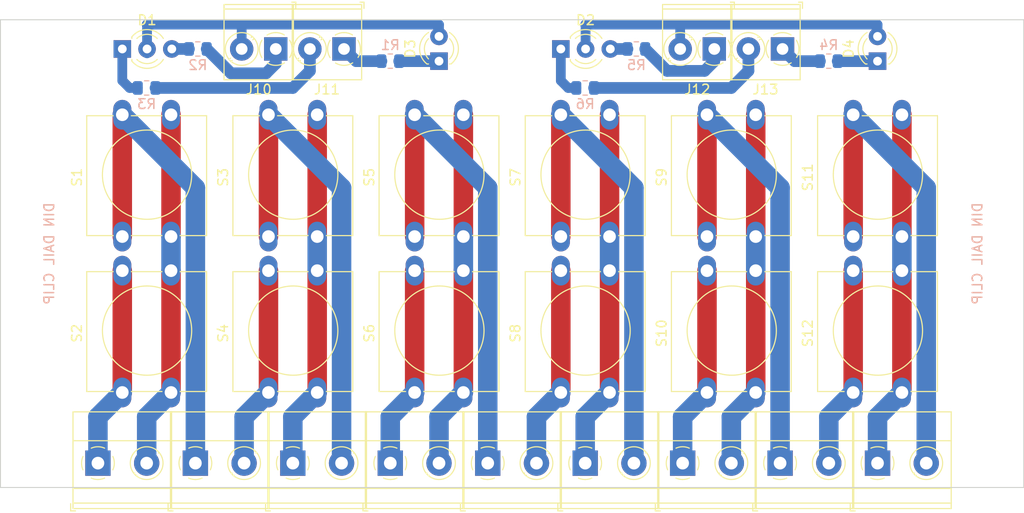
<source format=kicad_pcb>
(kicad_pcb (version 20221018) (generator pcbnew)
  (layers (0 "F.Cu" signal) (31 "B.Cu" signal) (34 "B.Paste" user) (35 "F.Paste" user) (36 "B.SilkS" user "B.Silkscreen") (37 "F.SilkS" user "F.Silkscreen") (38 "B.Mask" user) (39 "F.Mask" user) (44 "Edge.Cuts" user))
  (net 0 "")
  (net 1 "/COM_A")
  (net 2 "/COM_B")
  (net 3 "/COM_C")
  (net 4 "/COM_D")
  (net 5 "/COM_E")
  (net 6 "/COM_F")
  (net 7 "/S2")
  (net 8 "/S1")
  (net 9 "/S3")
  (net 10 "/S4")
  (net 11 "/S5")
  (net 12 "/S6")
  (net 13 "/S7")
  (net 14 "/S8")
  (net 15 "/S9")
  (net 16 "/S10")
  (net 17 "/S11")
  (net 18 "/S12")
  (net 19 "Net-(D1-Pad2)")
  (net 20 "Net-(J12-Pad2)")
  (net 21 "Net-(J10-Pad1)")
  (net 22 "Net-(J12-Pad1)")
  (net 23 "Net-(J11-Pad2)")
  (net 24 "Net-(J13-Pad2)")
  (net 25 "Net-(J11-Pad1)")
  (net 26 "Net-(J13-Pad1)")
  (net 27 "Net-(D3-Pad1)")
  (net 28 "Net-(D1-Pad1)")
  (net 29 "Net-(D1-Pad3)")
  (net 30 "Net-(D2-Pad1)")
  (net 31 "Net-(D2-Pad3)")
  (net 32 "Net-(D4-Pad1)")
  (footprint "TerminalBlock_Phoenix:TerminalBlock_Phoenix_PT-1,5-2-3.5-H_1x02_P3.50mm_Horizontal" (layer "F.Cu") (at 127.75 79 180)
    (fp_text reference "J13" (at 1.75 -4.16) (layer "F.SilkS"))
    (fp_text value "Screw_Terminal_01x02" hide)
    (pad "1" thru_hole rect (at 0 0 180) (size 2.4 2.4) (drill 1.2) (layers "*.Cu" "*.Mask") (net 26 "Net-(J13-Pad1)"))
    (pad "2" thru_hole circle (at 3.5 0 180) (size 2.4 2.4) (drill 1.2) (layers "*.Cu" "*.Mask") (net 24 "Net-(J13-Pad2)"))
  )
  (footprint "TerminalBlock_Phoenix:TerminalBlock_Phoenix_MKDS-1,5-2_1x02_P5.00mm_Horizontal" (layer "F.Cu") (at 97.5 121.5)
    (fp_text reference "J5" hide)
    (fp_text value "Screw_Terminal_01x02" hide)
    (pad "1" thru_hole rect (at 0 0) (size 2.6 2.6) (drill 1.3) (layers "*.Cu" "*.Mask") (net 11 "/S5"))
    (pad "2" thru_hole circle (at 5 0) (size 2.6 2.6) (drill 1.3) (layers "*.Cu" "*.Mask") (net 14 "/S8"))
  )
  (footprint "Button_Switch_THT:SW_PUSH-12mm" (layer "F.Cu") (at 135 114.25 90)
    (fp_text reference "S12" (at 6.08 -4.66 90) (layer "F.SilkS"))
    (fp_text value "MOMENTARY-SWITCH-SPST-PTH-12MM" hide)
    (pad "1" thru_hole oval (at 0 0 90) (size 3.048 1.85) (drill 1.3) (layers "*.Cu" "*.Mask") (net 18 "/S12"))
    (pad "1" thru_hole oval (at 12.5 0 90) (size 3.048 1.85) (drill 1.3) (layers "*.Cu" "*.Mask") (net 18 "/S12"))
    (pad "2" thru_hole oval (at 0 5 90) (size 3.048 1.85) (drill 1.3) (layers "*.Cu" "*.Mask") (net 6 "/COM_F"))
    (pad "2" thru_hole oval (at 12.5 5 90) (size 3.048 1.85) (drill 1.3) (layers "*.Cu" "*.Mask") (net 6 "/COM_F"))
  )
  (footprint "TerminalBlock_Phoenix:TerminalBlock_Phoenix_MKDS-1,5-2_1x02_P5.00mm_Horizontal" (layer "F.Cu") (at 67.5 121.5)
    (fp_text reference "J2" hide)
    (fp_text value "Screw_Terminal_01x02" hide)
    (pad "1" thru_hole rect (at 0 0) (size 2.6 2.6) (drill 1.3) (layers "*.Cu" "*.Mask") (net 8 "/S1"))
    (pad "2" thru_hole circle (at 5 0) (size 2.6 2.6) (drill 1.3) (layers "*.Cu" "*.Mask") (net 10 "/S4"))
  )
  (footprint "MountingHole:MountingHole_3.2mm_M3" (layer "F.Cu") (at 52.5 87.5)
    (fp_text reference "H1" hide)
    (fp_text value "MountingHole" hide)
    (pad "" np_thru_hole circle (at 0 0) (size 3.2 3.2) (drill 3.2) (layers "*.Cu" "*.Mask"))
  )
  (footprint "Button_Switch_THT:SW_PUSH-12mm" (layer "F.Cu") (at 90 98.25 90)
    (fp_text reference "S5" (at 6.08 -4.66 90) (layer "F.SilkS"))
    (fp_text value "MOMENTARY-SWITCH-SPST-PTH-12MM" hide)
    (pad "1" thru_hole oval (at 0 0 90) (size 3.048 1.85) (drill 1.3) (layers "*.Cu" "*.Mask") (net 11 "/S5"))
    (pad "1" thru_hole oval (at 12.5 0 90) (size 3.048 1.85) (drill 1.3) (layers "*.Cu" "*.Mask") (net 11 "/S5"))
    (pad "2" thru_hole oval (at 0 5 90) (size 3.048 1.85) (drill 1.3) (layers "*.Cu" "*.Mask") (net 3 "/COM_C"))
    (pad "2" thru_hole oval (at 12.5 5 90) (size 3.048 1.85) (drill 1.3) (layers "*.Cu" "*.Mask") (net 3 "/COM_C"))
  )
  (footprint "TerminalBlock_Phoenix:TerminalBlock_Phoenix_MKDS-1,5-2_1x02_P5.00mm_Horizontal" (layer "F.Cu") (at 127.5 121.5)
    (fp_text reference "J8" hide)
    (fp_text value "Screw_Terminal_01x02" hide)
    (pad "1" thru_hole rect (at 0 0) (size 2.6 2.6) (drill 1.3) (layers "*.Cu" "*.Mask") (net 15 "/S9"))
    (pad "2" thru_hole circle (at 5 0) (size 2.6 2.6) (drill 1.3) (layers "*.Cu" "*.Mask") (net 18 "/S12"))
  )
  (footprint "LED_THT:LED_D3.0mm-3" (layer "F.Cu") (at 105 79)
    (fp_text reference "D2" (at 2.54 -2.96) (layer "F.SilkS"))
    (fp_text value "LED_Dual_KAK")
    (pad "1" thru_hole rect (at 0 0) (size 1.8 1.8) (drill 0.9) (layers "*.Cu" "*.Mask") (net 30 "Net-(D2-Pad1)"))
    (pad "2" thru_hole circle (at 2.54 0) (size 1.8 1.8) (drill 0.9) (layers "*.Cu" "*.Mask") (net 20 "Net-(J12-Pad2)"))
    (pad "3" thru_hole circle (at 5.08 0) (size 1.8 1.8) (drill 0.9) (layers "*.Cu" "*.Mask") (net 31 "Net-(D2-Pad3)"))
  )
  (footprint "Button_Switch_THT:SW_PUSH-12mm" (layer "F.Cu") (at 60 98.25 90)
    (fp_text reference "S1" (at 6.08 -4.66 90) (layer "F.SilkS"))
    (fp_text value "MOMENTARY-SWITCH-SPST-PTH-12MM" hide)
    (pad "1" thru_hole oval (at 0 0 90) (size 3.048 1.85) (drill 1.3) (layers "*.Cu" "*.Mask") (net 8 "/S1"))
    (pad "1" thru_hole oval (at 12.5 0 90) (size 3.048 1.85) (drill 1.3) (layers "*.Cu" "*.Mask") (net 8 "/S1"))
    (pad "2" thru_hole oval (at 0 5 90) (size 3.048 1.85) (drill 1.3) (layers "*.Cu" "*.Mask") (net 1 "/COM_A"))
    (pad "2" thru_hole oval (at 12.5 5 90) (size 3.048 1.85) (drill 1.3) (layers "*.Cu" "*.Mask") (net 1 "/COM_A"))
  )
  (footprint "TerminalBlock_Phoenix:TerminalBlock_Phoenix_MKDS-1,5-2_1x02_P5.00mm_Horizontal" (layer "F.Cu") (at 117.5 121.5)
    (fp_text reference "J7" hide)
    (fp_text value "Screw_Terminal_01x02" hide)
    (pad "1" thru_hole rect (at 0 0) (size 2.6 2.6) (drill 1.3) (layers "*.Cu" "*.Mask") (net 16 "/S10"))
    (pad "2" thru_hole circle (at 5 0) (size 2.6 2.6) (drill 1.3) (layers "*.Cu" "*.Mask") (net 5 "/COM_E"))
  )
  (footprint "LED_THT:LED_D3.0mm" (layer "F.Cu") (at 137.5 80.25 90)
    (fp_text reference "D4" (at 1.27 -2.96 90) (layer "F.SilkS"))
    (fp_text value "LED")
    (pad "1" thru_hole rect (at 0 0 90) (size 1.8 1.8) (drill 0.9) (layers "*.Cu" "*.Mask") (net 32 "Net-(D4-Pad1)"))
    (pad "2" thru_hole circle (at 2.54 0 90) (size 1.8 1.8) (drill 0.9) (layers "*.Cu" "*.Mask") (net 20 "Net-(J12-Pad2)"))
  )
  (footprint "MountingHole:MountingHole_3.2mm_M3" (layer "F.Cu") (at 52.5 112.5)
    (fp_text reference "H3" hide)
    (fp_text value "MountingHole" hide)
    (pad "" np_thru_hole circle (at 0 0) (size 3.2 3.2) (drill 3.2) (layers "*.Cu" "*.Mask"))
  )
  (footprint "Button_Switch_THT:SW_PUSH-12mm" (layer "F.Cu") (at 120 98.25 90)
    (fp_text reference "S9" (at 6.08 -4.66 90) (layer "F.SilkS"))
    (fp_text value "MOMENTARY-SWITCH-SPST-PTH-12MM" hide)
    (pad "1" thru_hole oval (at 0 0 90) (size 3.048 1.85) (drill 1.3) (layers "*.Cu" "*.Mask") (net 15 "/S9"))
    (pad "1" thru_hole oval (at 12.5 0 90) (size 3.048 1.85) (drill 1.3) (layers "*.Cu" "*.Mask") (net 15 "/S9"))
    (pad "2" thru_hole oval (at 0 5 90) (size 3.048 1.85) (drill 1.3) (layers "*.Cu" "*.Mask") (net 5 "/COM_E"))
    (pad "2" thru_hole oval (at 12.5 5 90) (size 3.048 1.85) (drill 1.3) (layers "*.Cu" "*.Mask") (net 5 "/COM_E"))
  )
  (footprint "TerminalBlock_Phoenix:TerminalBlock_Phoenix_MKDS-1,5-2_1x02_P5.00mm_Horizontal" (layer "F.Cu") (at 137.5 121.5)
    (fp_text reference "J9" hide)
    (fp_text value "Screw_Terminal_01x02" hide)
    (pad "1" thru_hole rect (at 0 0) (size 2.6 2.6) (drill 1.3) (layers "*.Cu" "*.Mask") (net 6 "/COM_F"))
    (pad "2" thru_hole circle (at 5 0) (size 2.6 2.6) (drill 1.3) (layers "*.Cu" "*.Mask") (net 17 "/S11"))
  )
  (footprint "TerminalBlock_Phoenix:TerminalBlock_Phoenix_PT-1,5-2-3.5-H_1x02_P3.50mm_Horizontal" (layer "F.Cu") (at 75.75 79 180)
    (fp_text reference "J10" (at 1.75 -4.16) (layer "F.SilkS"))
    (fp_text value "Screw_Terminal_01x02" hide)
    (pad "1" thru_hole rect (at 0 0 180) (size 2.4 2.4) (drill 1.2) (layers "*.Cu" "*.Mask") (net 21 "Net-(J10-Pad1)"))
    (pad "2" thru_hole circle (at 3.5 0 180) (size 2.4 2.4) (drill 1.2) (layers "*.Cu" "*.Mask") (net 19 "Net-(D1-Pad2)"))
  )
  (footprint "Button_Switch_THT:SW_PUSH-12mm" (layer "F.Cu") (at 105 114.25 90)
    (fp_text reference "S8" (at 6.08 -4.66 90) (layer "F.SilkS"))
    (fp_text value "MOMENTARY-SWITCH-SPST-PTH-12MM" hide)
    (pad "1" thru_hole oval (at 0 0 90) (size 3.048 1.85) (drill 1.3) (layers "*.Cu" "*.Mask") (net 14 "/S8"))
    (pad "1" thru_hole oval (at 12.5 0 90) (size 3.048 1.85) (drill 1.3) (layers "*.Cu" "*.Mask") (net 14 "/S8"))
    (pad "2" thru_hole oval (at 0 5 90) (size 3.048 1.85) (drill 1.3) (layers "*.Cu" "*.Mask") (net 4 "/COM_D"))
    (pad "2" thru_hole oval (at 12.5 5 90) (size 3.048 1.85) (drill 1.3) (layers "*.Cu" "*.Mask") (net 4 "/COM_D"))
  )
  (footprint "TerminalBlock_Phoenix:TerminalBlock_Phoenix_MKDS-1,5-2_1x02_P5.00mm_Horizontal" (layer "F.Cu") (at 107.5 121.5)
    (fp_text reference "J6" hide)
    (fp_text value "Screw_Terminal_01x02" hide)
    (pad "1" thru_hole rect (at 0 0) (size 2.6 2.6) (drill 1.3) (layers "*.Cu" "*.Mask") (net 4 "/COM_D"))
    (pad "2" thru_hole circle (at 5 0) (size 2.6 2.6) (drill 1.3) (layers "*.Cu" "*.Mask") (net 13 "/S7"))
  )
  (footprint "TerminalBlock_Phoenix:TerminalBlock_Phoenix_MKDS-1,5-2_1x02_P5.00mm_Horizontal" (layer "F.Cu") (at 57.5 121.5)
    (fp_text reference "J1" hide)
    (fp_text value "Screw_Terminal_01x02" hide)
    (pad "1" thru_hole rect (at 0 0) (size 2.6 2.6) (drill 1.3) (layers "*.Cu" "*.Mask") (net 7 "/S2"))
    (pad "2" thru_hole circle (at 5 0) (size 2.6 2.6) (drill 1.3) (layers "*.Cu" "*.Mask") (net 1 "/COM_A"))
  )
  (footprint "Button_Switch_THT:SW_PUSH-12mm" (layer "F.Cu") (at 60 114.25 90)
    (fp_text reference "S2" (at 6.08 -4.66 90) (layer "F.SilkS"))
    (fp_text value "MOMENTARY-SWITCH-SPST-PTH-12MM" hide)
    (pad "1" thru_hole oval (at 0 0 90) (size 3.048 1.85) (drill 1.3) (layers "*.Cu" "*.Mask") (net 7 "/S2"))
    (pad "1" thru_hole oval (at 12.5 0 90) (size 3.048 1.85) (drill 1.3) (layers "*.Cu" "*.Mask") (net 7 "/S2"))
    (pad "2" thru_hole oval (at 0 5 90) (size 3.048 1.85) (drill 1.3) (layers "*.Cu" "*.Mask") (net 1 "/COM_A"))
    (pad "2" thru_hole oval (at 12.5 5 90) (size 3.048 1.85) (drill 1.3) (layers "*.Cu" "*.Mask") (net 1 "/COM_A"))
  )
  (footprint "LED_THT:LED_D3.0mm-3" (layer "F.Cu") (at 60 79)
    (fp_text reference "D1" (at 2.54 -2.96) (layer "F.SilkS"))
    (fp_text value "LED_Dual_KAK")
    (pad "1" thru_hole rect (at 0 0) (size 1.8 1.8) (drill 0.9) (layers "*.Cu" "*.Mask") (net 28 "Net-(D1-Pad1)"))
    (pad "2" thru_hole circle (at 2.54 0) (size 1.8 1.8) (drill 0.9) (layers "*.Cu" "*.Mask") (net 19 "Net-(D1-Pad2)"))
    (pad "3" thru_hole circle (at 5.08 0) (size 1.8 1.8) (drill 0.9) (layers "*.Cu" "*.Mask") (net 29 "Net-(D1-Pad3)"))
  )
  (footprint "TerminalBlock_Phoenix:TerminalBlock_Phoenix_MKDS-1,5-2_1x02_P5.00mm_Horizontal" (layer "F.Cu") (at 87.5 121.5)
    (fp_text reference "J4" hide)
    (fp_text value "Screw_Terminal_01x02" hide)
    (pad "1" thru_hole rect (at 0 0) (size 2.6 2.6) (drill 1.3) (layers "*.Cu" "*.Mask") (net 12 "/S6"))
    (pad "2" thru_hole circle (at 5 0) (size 2.6 2.6) (drill 1.3) (layers "*.Cu" "*.Mask") (net 3 "/COM_C"))
  )
  (footprint "Button_Switch_THT:SW_PUSH-12mm" (layer "F.Cu") (at 135 98.25 90)
    (fp_text reference "S11" (at 6.08 -4.66 90) (layer "F.SilkS"))
    (fp_text value "MOMENTARY-SWITCH-SPST-PTH-12MM" hide)
    (pad "1" thru_hole oval (at 0 0 90) (size 3.048 1.85) (drill 1.3) (layers "*.Cu" "*.Mask") (net 17 "/S11"))
    (pad "1" thru_hole oval (at 12.5 0 90) (size 3.048 1.85) (drill 1.3) (layers "*.Cu" "*.Mask") (net 17 "/S11"))
    (pad "2" thru_hole oval (at 0 5 90) (size 3.048 1.85) (drill 1.3) (layers "*.Cu" "*.Mask") (net 6 "/COM_F"))
    (pad "2" thru_hole oval (at 12.5 5 90) (size 3.048 1.85) (drill 1.3) (layers "*.Cu" "*.Mask") (net 6 "/COM_F"))
  )
  (footprint "Button_Switch_THT:SW_PUSH-12mm" (layer "F.Cu") (at 105 98.25 90)
    (fp_text reference "S7" (at 6.08 -4.66 90) (layer "F.SilkS"))
    (fp_text value "MOMENTARY-SWITCH-SPST-PTH-12MM" hide)
    (pad "1" thru_hole oval (at 0 0 90) (size 3.048 1.85) (drill 1.3) (layers "*.Cu" "*.Mask") (net 13 "/S7"))
    (pad "1" thru_hole oval (at 12.5 0 90) (size 3.048 1.85) (drill 1.3) (layers "*.Cu" "*.Mask") (net 13 "/S7"))
    (pad "2" thru_hole oval (at 0 5 90) (size 3.048 1.85) (drill 1.3) (layers "*.Cu" "*.Mask") (net 4 "/COM_D"))
    (pad "2" thru_hole oval (at 12.5 5 90) (size 3.048 1.85) (drill 1.3) (layers "*.Cu" "*.Mask") (net 4 "/COM_D"))
  )
  (footprint "TerminalBlock_Phoenix:TerminalBlock_Phoenix_MKDS-1,5-2_1x02_P5.00mm_Horizontal" (layer "F.Cu") (at 77.5 121.5)
    (fp_text reference "J3" hide)
    (fp_text value "Screw_Terminal_01x02" hide)
    (pad "1" thru_hole rect (at 0 0) (size 2.6 2.6) (drill 1.3) (layers "*.Cu" "*.Mask") (net 2 "/COM_B"))
    (pad "2" thru_hole circle (at 5 0) (size 2.6 2.6) (drill 1.3) (layers "*.Cu" "*.Mask") (net 9 "/S3"))
  )
  (footprint "MountingHole:MountingHole_3.2mm_M3" (layer "F.Cu") (at 147.5 87.5)
    (fp_text reference "H2" hide)
    (fp_text value "MountingHole" hide)
    (pad "" np_thru_hole circle (at 0 0) (size 3.2 3.2) (drill 3.2) (layers "*.Cu" "*.Mask"))
  )
  (footprint "Button_Switch_THT:SW_PUSH-12mm" (layer "F.Cu") (at 90 114.25 90)
    (fp_text reference "S6" (at 6.08 -4.66 90) (layer "F.SilkS"))
    (fp_text value "MOMENTARY-SWITCH-SPST-PTH-12MM" hide)
    (pad "1" thru_hole oval (at 0 0 90) (size 3.048 1.85) (drill 1.3) (layers "*.Cu" "*.Mask") (net 12 "/S6"))
    (pad "1" thru_hole oval (at 12.5 0 90) (size 3.048 1.85) (drill 1.3) (layers "*.Cu" "*.Mask") (net 12 "/S6"))
    (pad "2" thru_hole oval (at 0 5 90) (size 3.048 1.85) (drill 1.3) (layers "*.Cu" "*.Mask") (net 3 "/COM_C"))
    (pad "2" thru_hole oval (at 12.5 5 90) (size 3.048 1.85) (drill 1.3) (layers "*.Cu" "*.Mask") (net 3 "/COM_C"))
  )
  (footprint "LED_THT:LED_D3.0mm" (layer "F.Cu") (at 92.5 80.25 90)
    (fp_text reference "D3" (at 1.27 -2.96 90) (layer "F.SilkS"))
    (fp_text value "LED")
    (pad "1" thru_hole rect (at 0 0 90) (size 1.8 1.8) (drill 0.9) (layers "*.Cu" "*.Mask") (net 27 "Net-(D3-Pad1)"))
    (pad "2" thru_hole circle (at 2.54 0 90) (size 1.8 1.8) (drill 0.9) (layers "*.Cu" "*.Mask") (net 19 "Net-(D1-Pad2)"))
  )
  (footprint "Button_Switch_THT:SW_PUSH-12mm" (layer "F.Cu") (at 75 114.25 90)
    (fp_text reference "S4" (at 6.08 -4.66 90) (layer "F.SilkS"))
    (fp_text value "MOMENTARY-SWITCH-SPST-PTH-12MM" hide)
    (pad "1" thru_hole oval (at 0 0 90) (size 3.048 1.85) (drill 1.3) (layers "*.Cu" "*.Mask") (net 10 "/S4"))
    (pad "1" thru_hole oval (at 12.5 0 90) (size 3.048 1.85) (drill 1.3) (layers "*.Cu" "*.Mask") (net 10 "/S4"))
    (pad "2" thru_hole oval (at 0 5 90) (size 3.048 1.85) (drill 1.3) (layers "*.Cu" "*.Mask") (net 2 "/COM_B"))
    (pad "2" thru_hole oval (at 12.5 5 90) (size 3.048 1.85) (drill 1.3) (layers "*.Cu" "*.Mask") (net 2 "/COM_B"))
  )
  (footprint "TerminalBlock_Phoenix:TerminalBlock_Phoenix_PT-1,5-2-3.5-H_1x02_P3.50mm_Horizontal" (layer "F.Cu") (at 82.75 79 180)
    (fp_text reference "J11" (at 1.75 -4.16) (layer "F.SilkS"))
    (fp_text value "Screw_Terminal_01x02" hide)
    (pad "1" thru_hole rect (at 0 0 180) (size 2.4 2.4) (drill 1.2) (layers "*.Cu" "*.Mask") (net 25 "Net-(J11-Pad1)"))
    (pad "2" thru_hole circle (at 3.5 0 180) (size 2.4 2.4) (drill 1.2) (layers "*.Cu" "*.Mask") (net 23 "Net-(J11-Pad2)"))
  )
  (footprint "Button_Switch_THT:SW_PUSH-12mm" (layer "F.Cu") (at 75 98.25 90)
    (fp_text reference "S3" (at 6.08 -4.66 90) (layer "F.SilkS"))
    (fp_text value "MOMENTARY-SWITCH-SPST-PTH-12MM" hide)
    (pad "1" thru_hole oval (at 0 0 90) (size 3.048 1.85) (drill 1.3) (layers "*.Cu" "*.Mask") (net 9 "/S3"))
    (pad "1" thru_hole oval (at 12.5 0 90) (size 3.048 1.85) (drill 1.3) (layers "*.Cu" "*.Mask") (net 9 "/S3"))
    (pad "2" thru_hole oval (at 0 5 90) (size 3.048 1.85) (drill 1.3) (layers "*.Cu" "*.Mask") (net 2 "/COM_B"))
    (pad "2" thru_hole oval (at 12.5 5 90) (size 3.048 1.85) (drill 1.3) (layers "*.Cu" "*.Mask") (net 2 "/COM_B"))
  )
  (footprint "Button_Switch_THT:SW_PUSH-12mm" (layer "F.Cu") (at 120 114.25 90)
    (fp_text reference "S10" (at 6.08 -4.66 90) (layer "F.SilkS"))
    (fp_text value "MOMENTARY-SWITCH-SPST-PTH-12MM" hide)
    (pad "1" thru_hole oval (at 0 0 90) (size 3.048 1.85) (drill 1.3) (layers "*.Cu" "*.Mask") (net 16 "/S10"))
    (pad "1" thru_hole oval (at 12.5 0 90) (size 3.048 1.85) (drill 1.3) (layers "*.Cu" "*.Mask") (net 16 "/S10"))
    (pad "2" thru_hole oval (at 0 5 90) (size 3.048 1.85) (drill 1.3) (layers "*.Cu" "*.Mask") (net 5 "/COM_E"))
    (pad "2" thru_hole oval (at 12.5 5 90) (size 3.048 1.85) (drill 1.3) (layers "*.Cu" "*.Mask") (net 5 "/COM_E"))
  )
  (footprint "TerminalBlock_Phoenix:TerminalBlock_Phoenix_PT-1,5-2-3.5-H_1x02_P3.50mm_Horizontal" (layer "F.Cu") (at 120.75 79 180)
    (fp_text reference "J12" (at 1.75 -4.16) (layer "F.SilkS"))
    (fp_text value "Screw_Terminal_01x02" hide)
    (pad "1" thru_hole rect (at 0 0 180) (size 2.4 2.4) (drill 1.2) (layers "*.Cu" "*.Mask") (net 22 "Net-(J12-Pad1)"))
    (pad "2" thru_hole circle (at 3.5 0 180) (size 2.4 2.4) (drill 1.2) (layers "*.Cu" "*.Mask") (net 20 "Net-(J12-Pad2)"))
  )
  (footprint "MountingHole:MountingHole_3.2mm_M3" (layer "F.Cu") (at 147.5 112.5)
    (fp_text reference "H4" hide)
    (fp_text value "MountingHole" hide)
    (pad "" np_thru_hole circle (at 0 0) (size 3.2 3.2) (drill 3.2) (layers "*.Cu" "*.Mask"))
  )
  (footprint "Resistor_SMD:R_0805_2012Metric" (layer "B.Cu") (at 87.5 80.25 180)
    (fp_text reference "R1" (at 0 1.65) (layer "B.SilkS") (effects (justify mirror)))
    (fp_text value "R")
    (pad "1" smd roundrect (at -0.9125 0 180) (size 1.025 1.4) (layers "B.Cu" "B.Paste" "B.Mask") (roundrect_rratio 0.243902) (net 27 "Net-(D3-Pad1)"))
    (pad "2" smd roundrect (at 0.9125 0 180) (size 1.025 1.4) (layers "B.Cu" "B.Paste" "B.Mask") (roundrect_rratio 0.243902) (net 25 "Net-(J11-Pad1)"))
  )
  (footprint "Resistor_SMD:R_0805_2012Metric" (layer "B.Cu") (at 107.5 83)
    (fp_text reference "R6" (at 0 1.65) (layer "B.SilkS") (effects (justify mirror)))
    (fp_text value "R")
    (pad "1" smd roundrect (at -0.9125 0) (size 1.025 1.4) (layers "B.Cu" "B.Paste" "B.Mask") (roundrect_rratio 0.243902) (net 30 "Net-(D2-Pad1)"))
    (pad "2" smd roundrect (at 0.9125 0) (size 1.025 1.4) (layers "B.Cu" "B.Paste" "B.Mask") (roundrect_rratio 0.243902) (net 24 "Net-(J13-Pad2)"))
  )
  (footprint "Resistor_SMD:R_0805_2012Metric" (layer "B.Cu") (at 67.75 79)
    (fp_text reference "R2" (at 0 1.65) (layer "B.SilkS") (effects (justify mirror)))
    (fp_text value "R")
    (pad "1" smd roundrect (at -0.9125 0) (size 1.025 1.4) (layers "B.Cu" "B.Paste" "B.Mask") (roundrect_rratio 0.243902) (net 29 "Net-(D1-Pad3)"))
    (pad "2" smd roundrect (at 0.9125 0) (size 1.025 1.4) (layers "B.Cu" "B.Paste" "B.Mask") (roundrect_rratio 0.243902) (net 21 "Net-(J10-Pad1)"))
  )
  (footprint "Resistor_SMD:R_0805_2012Metric" (layer "B.Cu") (at 62.5 83)
    (fp_text reference "R3" (at 0 1.65) (layer "B.SilkS") (effects (justify mirror)))
    (fp_text value "R")
    (pad "1" smd roundrect (at -0.9125 0) (size 1.025 1.4) (layers "B.Cu" "B.Paste" "B.Mask") (roundrect_rratio 0.243902) (net 28 "Net-(D1-Pad1)"))
    (pad "2" smd roundrect (at 0.9125 0) (size 1.025 1.4) (layers "B.Cu" "B.Paste" "B.Mask") (roundrect_rratio 0.243902) (net 23 "Net-(J11-Pad2)"))
  )
  (footprint "Resistor_SMD:R_0805_2012Metric" (layer "B.Cu") (at 132.5 80.25 180)
    (fp_text reference "R4" (at 0 1.65) (layer "B.SilkS") (effects (justify mirror)))
    (fp_text value "R")
    (pad "1" smd roundrect (at -0.9125 0 180) (size 1.025 1.4) (layers "B.Cu" "B.Paste" "B.Mask") (roundrect_rratio 0.243902) (net 32 "Net-(D4-Pad1)"))
    (pad "2" smd roundrect (at 0.9125 0 180) (size 1.025 1.4) (layers "B.Cu" "B.Paste" "B.Mask") (roundrect_rratio 0.243902) (net 26 "Net-(J13-Pad1)"))
  )
  (footprint "Resistor_SMD:R_0805_2012Metric" (layer "B.Cu") (at 112.75 79)
    (fp_text reference "R5" (at 0 1.65) (layer "B.SilkS") (effects (justify mirror)))
    (fp_text value "R")
    (pad "1" smd roundrect (at -0.9125 0) (size 1.025 1.4) (layers "B.Cu" "B.Paste" "B.Mask") (roundrect_rratio 0.243902) (net 31 "Net-(D2-Pad3)"))
    (pad "2" smd roundrect (at 0.9125 0) (size 1.025 1.4) (layers "B.Cu" "B.Paste" "B.Mask") (roundrect_rratio 0.243902) (net 22 "Net-(J12-Pad1)"))
  )
  (gr_line (start 152.5 124) (end 47.5 124) (stroke (width 0.1)) (layer "Edge.Cuts"))
  (gr_line (start 152.5 76) (end 152.5 124) (stroke (width 0.1)) (layer "Edge.Cuts"))
  (gr_line (start 47.5 76) (end 152.5 76) (stroke (width 0.1)) (layer "Edge.Cuts"))
  (gr_line (start 47.5 124) (end 47.5 76) (stroke (width 0.1)) (layer "Edge.Cuts"))
  (gr_text "DIN DAIL CLIP" (at 147.75 100 90) (layer "B.SilkS") (effects (font (size 1 1)) (justify mirror)))
  (gr_text "DIN DAIL CLIP" (at 52.5 100 90) (layer "B.SilkS") (effects (font (size 1 1)) (justify mirror)))
  (segment (start 65 85.75) (end 65 98.25) (width 2) (layer "F.Cu") (net 1))
  (segment (start 65 101.75) (end 65 114.25) (width 2) (layer "F.Cu") (net 1))
  (segment (start 62.5 121.5) (end 62.5 116.75) (width 2) (layer "B.Cu") (net 1))
  (segment (start 62.5 116.75) (end 65 114.25) (width 2) (layer "B.Cu") (net 1))
  (segment (start 65 98.25) (end 65 101.75) (width 2) (layer "B.Cu") (net 1))
  (segment (start 80 85.75) (end 80 98.25) (width 2) (layer "F.Cu") (net 2))
  (segment (start 80 101.75) (end 80 114.25) (width 2) (layer "F.Cu") (net 2))
  (segment (start 77.5 116.75) (end 80 114.25) (width 2) (layer "B.Cu") (net 2))
  (segment (start 80 98.25) (end 80 101.75) (width 2) (layer "B.Cu") (net 2))
  (segment (start 77.5 121.5) (end 77.5 116.75) (width 2) (layer "B.Cu") (net 2))
  (segment (start 95 101.75) (end 95 114.25) (width 2) (layer "F.Cu") (net 3))
  (segment (start 95 85.75) (end 95 98.25) (width 2) (layer "F.Cu") (net 3))
  (segment (start 95 98.25) (end 95 101.75) (width 2) (layer "B.Cu") (net 3))
  (segment (start 92.5 121.5) (end 92.5 116.75) (width 2) (layer "B.Cu") (net 3))
  (segment (start 92.5 116.75) (end 95 114.25) (width 2) (layer "B.Cu") (net 3))
  (segment (start 110 101.75) (end 110 114.25) (width 2) (layer "F.Cu") (net 4))
  (segment (start 110 85.75) (end 110 98.25) (width 2) (layer "F.Cu") (net 4))
  (segment (start 107.5 121.5) (end 107.5 116.75) (width 2) (layer "B.Cu") (net 4))
  (segment (start 110 98.25) (end 110 101.75) (width 2) (layer "B.Cu") (net 4))
  (segment (start 107.5 116.75) (end 110 114.25) (width 2) (layer "B.Cu") (net 4))
  (segment (start 125 101.75) (end 125 114.25) (width 2) (layer "F.Cu") (net 5))
  (segment (start 125 85.75) (end 125 98.25) (width 2) (layer "F.Cu") (net 5))
  (segment (start 122.5 121.5) (end 122.5 116.75) (width 2) (layer "B.Cu") (net 5))
  (segment (start 125 98.25) (end 125 101.75) (width 2) (layer "B.Cu") (net 5))
  (segment (start 122.5 116.75) (end 125 114.25) (width 2) (layer "B.Cu") (net 5))
  (segment (start 140 101.75) (end 140 114.25) (width 2) (layer "F.Cu") (net 6))
  (segment (start 140 85.75) (end 140 98.25) (width 2) (layer "F.Cu") (net 6))
  (segment (start 137.5 121.5) (end 137.5 116.75) (width 2) (layer "B.Cu") (net 6))
  (segment (start 140 98.25) (end 140 101.75) (width 2) (layer "B.Cu") (net 6))
  (segment (start 137.5 116.75) (end 140 114.25) (width 2) (layer "B.Cu") (net 6))
  (segment (start 60 114.25) (end 60 101.75) (width 2) (layer "F.Cu") (net 7))
  (segment (start 57.5 121.5) (end 57.5 116.75) (width 2) (layer "B.Cu") (net 7))
  (segment (start 57.5 116.75) (end 60 114.25) (width 2) (layer "B.Cu") (net 7))
  (segment (start 60 85.75) (end 60 98.25) (width 2) (layer "F.Cu") (net 8))
  (segment (start 67.5 93.25) (end 60 85.75) (width 2) (layer "B.Cu") (net 8))
  (segment (start 67.5 121.5) (end 67.5 93.25) (width 2) (layer "B.Cu") (net 8))
  (segment (start 75 85.75) (end 75 98.25) (width 2) (layer "F.Cu") (net 9))
  (segment (start 82.5 93.25) (end 75 85.75) (width 2) (layer "B.Cu") (net 9))
  (segment (start 82.5 121.5) (end 82.5 93.25) (width 2) (layer "B.Cu") (net 9))
  (segment (start 75 114.25) (end 75 101.75) (width 2) (layer "F.Cu") (net 10))
  (segment (start 72.5 116.75) (end 75 114.25) (width 2) (layer "B.Cu") (net 10))
  (segment (start 72.5 121.5) (end 72.5 116.75) (width 2) (layer "B.Cu") (net 10))
  (segment (start 90 85.75) (end 90 98.25) (width 2) (layer "F.Cu") (net 11))
  (segment (start 97.5 93.25) (end 90 85.75) (width 2) (layer "B.Cu") (net 11))
  (segment (start 97.5 121.5) (end 97.5 93.25) (width 2) (layer "B.Cu") (net 11))
  (segment (start 90 114.25) (end 90 101.75) (width 2) (layer "F.Cu") (net 12))
  (segment (start 87.5 116.75) (end 90 114.25) (width 2) (layer "B.Cu") (net 12))
  (segment (start 87.5 121.5) (end 87.5 116.75) (width 2) (layer "B.Cu") (net 12))
  (segment (start 105 85.75) (end 105 98.25) (width 2) (layer "F.Cu") (net 13))
  (segment (start 112.5 93.25) (end 105 85.75) (width 2) (layer "B.Cu") (net 13))
  (segment (start 112.5 121.5) (end 112.5 93.25) (width 2) (layer "B.Cu") (net 13))
  (segment (start 105 114.25) (end 105 101.75) (width 2) (layer "F.Cu") (net 14))
  (segment (start 102.5 121.5) (end 102.5 116.75) (width 2) (layer "B.Cu") (net 14))
  (segment (start 102.5 116.75) (end 105 114.25) (width 2) (layer "B.Cu") (net 14))
  (segment (start 120 85.75) (end 120 98.25) (width 2) (layer "F.Cu") (net 15))
  (segment (start 127.5 93.25) (end 120 85.75) (width 2) (layer "B.Cu") (net 15))
  (segment (start 127.5 121.5) (end 127.5 93.25) (width 2) (layer "B.Cu") (net 15))
  (segment (start 120 114.25) (end 120 101.75) (width 2) (layer "F.Cu") (net 16))
  (segment (start 117.5 116.75) (end 120 114.25) (width 2) (layer "B.Cu") (net 16))
  (segment (start 117.5 121.5) (end 117.5 116.75) (width 2) (layer "B.Cu") (net 16))
  (segment (start 135 85.75) (end 135 98.25) (width 2) (layer "F.Cu") (net 17))
  (segment (start 142.5 93.25) (end 135 85.75) (width 2) (layer "B.Cu") (net 17))
  (segment (start 142.5 121.5) (end 142.5 93.25) (width 2) (layer "B.Cu") (net 17))
  (segment (start 135 114.25) (end 135 101.75) (width 2) (layer "F.Cu") (net 18))
  (segment (start 132.5 121.5) (end 132.5 116.75) (width 2) (layer "B.Cu") (net 18))
  (segment (start 132.5 116.75) (end 135 114.25) (width 2) (layer "B.Cu") (net 18))
  (segment (start 92.5 77.71) (end 92.5 76.5) (width 1) (layer "B.Cu") (net 19))
  (segment (start 62.54 76.54) (end 62.54 79.45) (width 1) (layer "B.Cu") (net 19))
  (segment (start 92.5 76.5) (end 72 76.5) (width 1) (layer "B.Cu") (net 19))
  (segment (start 72 76.5) (end 62.5 76.5) (width 1) (layer "B.Cu") (net 19))
  (segment (start 72.25 79) (end 72.25 76.75) (width 1) (layer "B.Cu") (net 19))
  (segment (start 62.5 76.5) (end 62.54 76.54) (width 1) (layer "B.Cu") (net 19))
  (segment (start 72.25 76.75) (end 72 76.5) (width 1) (layer "B.Cu") (net 19))
  (segment (start 117.25 76.75) (end 117.5 76.5) (width 1) (layer "B.Cu") (net 20))
  (segment (start 107.5 76.5) (end 107.54 76.54) (width 1) (layer "B.Cu") (net 20))
  (segment (start 117.5 76.5) (end 107.5 76.5) (width 1) (layer "B.Cu") (net 20))
  (segment (start 137.5 77.71) (end 137.5 76.5) (width 1) (layer "B.Cu") (net 20))
  (segment (start 137.5 76.5) (end 117.5 76.5) (width 1) (layer "B.Cu") (net 20))
  (segment (start 107.54 76.54) (end 107.54 79) (width 1) (layer "B.Cu") (net 20))
  (segment (start 117.25 79) (end 117.25 76.75) (width 1) (layer "B.Cu") (net 20))
  (segment (start 75.75 80.5) (end 74.75 81.5) (width 1.2) (layer "B.Cu") (net 21))
  (segment (start 75.75 79) (end 75.75 80.5) (width 1.2) (layer "B.Cu") (net 21))
  (segment (start 71.1625 81.5) (end 68.6625 79) (width 1.2) (layer "B.Cu") (net 21))
  (segment (start 74.75 81.5) (end 71.1625 81.5) (width 1.2) (layer "B.Cu") (net 21))
  (segment (start 120.75 79) (end 120.75 80.25) (width 1.2) (layer "B.Cu") (net 22))
  (segment (start 119.75 81.25) (end 115.9125 81.25) (width 1.2) (layer "B.Cu") (net 22))
  (segment (start 120.75 80.25) (end 119.75 81.25) (width 1.2) (layer "B.Cu") (net 22))
  (segment (start 115.9125 81.25) (end 113.6625 79) (width 1.2) (layer "B.Cu") (net 22))
  (segment (start 79.25 79) (end 79.25 81.25) (width 1.2) (layer "B.Cu") (net 23))
  (segment (start 63.4125 83) (end 77.5 83) (width 1.2) (layer "B.Cu") (net 23))
  (segment (start 79.25 81.25) (end 77.5 83) (width 1.2) (layer "B.Cu") (net 23))
  (segment (start 124.25 79) (end 124.25 81.25) (width 1.2) (layer "B.Cu") (net 24))
  (segment (start 124.25 81.25) (end 122.5 83) (width 1.2) (layer "B.Cu") (net 24))
  (segment (start 108.4125 83) (end 122.5 83) (width 1.2) (layer "B.Cu") (net 24))
  (segment (start 84 80.25) (end 86.5875 80.25) (width 1.2) (layer "B.Cu") (net 25))
  (segment (start 82.75 79) (end 84 80.25) (width 1.2) (layer "B.Cu") (net 25))
  (segment (start 127.75 79) (end 129 80.25) (width 1.2) (layer "B.Cu") (net 26))
  (segment (start 129 80.25) (end 131.5875 80.25) (width 1.2) (layer "B.Cu") (net 26))
  (segment (start 88.4125 80.25) (end 92.5 80.25) (width 1.2) (layer "B.Cu") (net 27))
  (segment (start 60 82.25) (end 60.75 83) (width 1) (layer "B.Cu") (net 28))
  (segment (start 60 79.45) (end 60 82.25) (width 1) (layer "B.Cu") (net 28))
  (segment (start 60.75 83) (end 61.5875 83) (width 1) (layer "B.Cu") (net 28))
  (segment (start 66.8375 79) (end 65.08 79) (width 1.2) (layer "B.Cu") (net 29))
  (segment (start 105 79) (end 105 82.25) (width 1) (layer "B.Cu") (net 30))
  (segment (start 105 82.25) (end 105.75 83) (width 1) (layer "B.Cu") (net 30))
  (segment (start 105.75 83) (end 106.5875 83) (width 1) (layer "B.Cu") (net 30))
  (segment (start 111.8375 79) (end 110.08 79) (width 1.2) (layer "B.Cu") (net 31))
  (segment (start 133.4125 80.25) (end 137.5 80.25) (width 1.2) (layer "B.Cu") (net 32))
)
</source>
